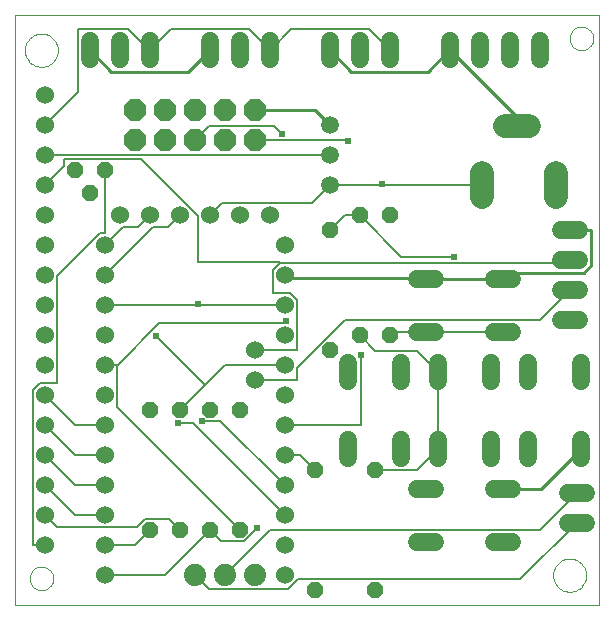
<source format=gbl>
G75*
G70*
%OFA0B0*%
%FSLAX24Y24*%
%IPPOS*%
%LPD*%
%AMOC8*
5,1,8,0,0,1.08239X$1,22.5*
%
%ADD10C,0.0000*%
%ADD11C,0.0600*%
%ADD12OC8,0.0520*%
%ADD13C,0.0594*%
%ADD14C,0.0594*%
%ADD15C,0.0600*%
%ADD16C,0.0740*%
%ADD17OC8,0.0740*%
%ADD18C,0.0787*%
%ADD19C,0.0100*%
%ADD20C,0.0080*%
%ADD21C,0.0240*%
D10*
X001252Y000402D02*
X001252Y020087D01*
X020744Y020087D01*
X020744Y000402D01*
X001252Y000402D01*
X001751Y001296D02*
X001753Y001335D01*
X001759Y001374D01*
X001769Y001412D01*
X001782Y001449D01*
X001799Y001484D01*
X001819Y001518D01*
X001843Y001549D01*
X001870Y001578D01*
X001899Y001604D01*
X001931Y001627D01*
X001965Y001647D01*
X002001Y001663D01*
X002038Y001675D01*
X002077Y001684D01*
X002116Y001689D01*
X002155Y001690D01*
X002194Y001687D01*
X002233Y001680D01*
X002270Y001669D01*
X002307Y001655D01*
X002342Y001637D01*
X002375Y001616D01*
X002406Y001591D01*
X002434Y001564D01*
X002459Y001534D01*
X002481Y001501D01*
X002500Y001467D01*
X002515Y001431D01*
X002527Y001393D01*
X002535Y001355D01*
X002539Y001316D01*
X002539Y001276D01*
X002535Y001237D01*
X002527Y001199D01*
X002515Y001161D01*
X002500Y001125D01*
X002481Y001091D01*
X002459Y001058D01*
X002434Y001028D01*
X002406Y001001D01*
X002375Y000976D01*
X002342Y000955D01*
X002307Y000937D01*
X002270Y000923D01*
X002233Y000912D01*
X002194Y000905D01*
X002155Y000902D01*
X002116Y000903D01*
X002077Y000908D01*
X002038Y000917D01*
X002001Y000929D01*
X001965Y000945D01*
X001931Y000965D01*
X001899Y000988D01*
X001870Y001014D01*
X001843Y001043D01*
X001819Y001074D01*
X001799Y001108D01*
X001782Y001143D01*
X001769Y001180D01*
X001759Y001218D01*
X001753Y001257D01*
X001751Y001296D01*
X019201Y001402D02*
X019203Y001449D01*
X019209Y001495D01*
X019219Y001541D01*
X019232Y001586D01*
X019250Y001629D01*
X019271Y001671D01*
X019295Y001711D01*
X019323Y001748D01*
X019354Y001783D01*
X019388Y001816D01*
X019424Y001845D01*
X019463Y001871D01*
X019504Y001894D01*
X019547Y001913D01*
X019591Y001929D01*
X019636Y001941D01*
X019682Y001949D01*
X019729Y001953D01*
X019775Y001953D01*
X019822Y001949D01*
X019868Y001941D01*
X019913Y001929D01*
X019957Y001913D01*
X020000Y001894D01*
X020041Y001871D01*
X020080Y001845D01*
X020116Y001816D01*
X020150Y001783D01*
X020181Y001748D01*
X020209Y001711D01*
X020233Y001671D01*
X020254Y001629D01*
X020272Y001586D01*
X020285Y001541D01*
X020295Y001495D01*
X020301Y001449D01*
X020303Y001402D01*
X020301Y001355D01*
X020295Y001309D01*
X020285Y001263D01*
X020272Y001218D01*
X020254Y001175D01*
X020233Y001133D01*
X020209Y001093D01*
X020181Y001056D01*
X020150Y001021D01*
X020116Y000988D01*
X020080Y000959D01*
X020041Y000933D01*
X020000Y000910D01*
X019957Y000891D01*
X019913Y000875D01*
X019868Y000863D01*
X019822Y000855D01*
X019775Y000851D01*
X019729Y000851D01*
X019682Y000855D01*
X019636Y000863D01*
X019591Y000875D01*
X019547Y000891D01*
X019504Y000910D01*
X019463Y000933D01*
X019424Y000959D01*
X019388Y000988D01*
X019354Y001021D01*
X019323Y001056D01*
X019295Y001093D01*
X019271Y001133D01*
X019250Y001175D01*
X019232Y001218D01*
X019219Y001263D01*
X019209Y001309D01*
X019203Y001355D01*
X019201Y001402D01*
X001594Y018902D02*
X001596Y018949D01*
X001602Y018995D01*
X001612Y019041D01*
X001625Y019086D01*
X001643Y019129D01*
X001664Y019171D01*
X001688Y019211D01*
X001716Y019248D01*
X001747Y019283D01*
X001781Y019316D01*
X001817Y019345D01*
X001856Y019371D01*
X001897Y019394D01*
X001940Y019413D01*
X001984Y019429D01*
X002029Y019441D01*
X002075Y019449D01*
X002122Y019453D01*
X002168Y019453D01*
X002215Y019449D01*
X002261Y019441D01*
X002306Y019429D01*
X002350Y019413D01*
X002393Y019394D01*
X002434Y019371D01*
X002473Y019345D01*
X002509Y019316D01*
X002543Y019283D01*
X002574Y019248D01*
X002602Y019211D01*
X002626Y019171D01*
X002647Y019129D01*
X002665Y019086D01*
X002678Y019041D01*
X002688Y018995D01*
X002694Y018949D01*
X002696Y018902D01*
X002694Y018855D01*
X002688Y018809D01*
X002678Y018763D01*
X002665Y018718D01*
X002647Y018675D01*
X002626Y018633D01*
X002602Y018593D01*
X002574Y018556D01*
X002543Y018521D01*
X002509Y018488D01*
X002473Y018459D01*
X002434Y018433D01*
X002393Y018410D01*
X002350Y018391D01*
X002306Y018375D01*
X002261Y018363D01*
X002215Y018355D01*
X002168Y018351D01*
X002122Y018351D01*
X002075Y018355D01*
X002029Y018363D01*
X001984Y018375D01*
X001940Y018391D01*
X001897Y018410D01*
X001856Y018433D01*
X001817Y018459D01*
X001781Y018488D01*
X001747Y018521D01*
X001716Y018556D01*
X001688Y018593D01*
X001664Y018633D01*
X001643Y018675D01*
X001625Y018718D01*
X001612Y018763D01*
X001602Y018809D01*
X001596Y018855D01*
X001594Y018902D01*
X019751Y019296D02*
X019753Y019335D01*
X019759Y019374D01*
X019769Y019412D01*
X019782Y019449D01*
X019799Y019484D01*
X019819Y019518D01*
X019843Y019549D01*
X019870Y019578D01*
X019899Y019604D01*
X019931Y019627D01*
X019965Y019647D01*
X020001Y019663D01*
X020038Y019675D01*
X020077Y019684D01*
X020116Y019689D01*
X020155Y019690D01*
X020194Y019687D01*
X020233Y019680D01*
X020270Y019669D01*
X020307Y019655D01*
X020342Y019637D01*
X020375Y019616D01*
X020406Y019591D01*
X020434Y019564D01*
X020459Y019534D01*
X020481Y019501D01*
X020500Y019467D01*
X020515Y019431D01*
X020527Y019393D01*
X020535Y019355D01*
X020539Y019316D01*
X020539Y019276D01*
X020535Y019237D01*
X020527Y019199D01*
X020515Y019161D01*
X020500Y019125D01*
X020481Y019091D01*
X020459Y019058D01*
X020434Y019028D01*
X020406Y019001D01*
X020375Y018976D01*
X020342Y018955D01*
X020307Y018937D01*
X020270Y018923D01*
X020233Y018912D01*
X020194Y018905D01*
X020155Y018902D01*
X020116Y018903D01*
X020077Y018908D01*
X020038Y018917D01*
X020001Y018929D01*
X019965Y018945D01*
X019931Y018965D01*
X019899Y018988D01*
X019870Y019014D01*
X019843Y019043D01*
X019819Y019074D01*
X019799Y019108D01*
X019782Y019143D01*
X019769Y019180D01*
X019759Y019218D01*
X019753Y019257D01*
X019751Y019296D01*
D11*
X010252Y012402D03*
X010252Y011402D03*
X010252Y010402D03*
X010252Y009402D03*
X010252Y008402D03*
X010252Y007402D03*
X010252Y006402D03*
X010252Y005402D03*
X010252Y004402D03*
X010252Y003402D03*
X010252Y002402D03*
X010252Y001402D03*
X004252Y001402D03*
X004252Y002402D03*
X004252Y003402D03*
X004252Y004402D03*
X004252Y005402D03*
X004252Y006402D03*
X004252Y007402D03*
X004252Y008402D03*
X004252Y009402D03*
X004252Y010402D03*
X004252Y011402D03*
X004252Y012402D03*
X004752Y013402D03*
X005752Y013402D03*
X006752Y013402D03*
X007752Y013402D03*
X008752Y013402D03*
X009752Y013402D03*
X009252Y008902D03*
X009252Y007902D03*
X002252Y007402D03*
X002252Y008402D03*
X002252Y009402D03*
X002252Y010402D03*
X002252Y011402D03*
X002252Y012402D03*
X002252Y013402D03*
X002252Y014402D03*
X002252Y015402D03*
X002252Y016402D03*
X002252Y017402D03*
X002252Y006402D03*
X002252Y005402D03*
X002252Y004402D03*
X002252Y003402D03*
X002252Y002402D03*
D12*
X005752Y002902D03*
X006752Y002902D03*
X007752Y002902D03*
X008752Y002902D03*
X011252Y000902D03*
X013252Y000902D03*
X013252Y004902D03*
X011252Y004902D03*
X008752Y006902D03*
X007752Y006902D03*
X006752Y006902D03*
X005752Y006902D03*
X011752Y008902D03*
X012752Y009402D03*
X013752Y009402D03*
X011752Y012902D03*
X012752Y013402D03*
X013752Y013402D03*
X004252Y014902D03*
X003752Y014152D03*
X003252Y014902D03*
D13*
X011752Y014402D03*
X011752Y015402D03*
X011752Y016402D03*
D14*
X011752Y018605D02*
X011752Y019199D01*
X012752Y019199D02*
X012752Y018605D01*
X013752Y018605D02*
X013752Y019199D01*
X015752Y019199D02*
X015752Y018605D01*
X016752Y018605D02*
X016752Y019199D01*
X017752Y019199D02*
X017752Y018605D01*
X018752Y018605D02*
X018752Y019199D01*
X019455Y012902D02*
X020048Y012902D01*
X020048Y011902D02*
X019455Y011902D01*
X019455Y010902D02*
X020048Y010902D01*
X020048Y009902D02*
X019455Y009902D01*
X019705Y004152D02*
X020298Y004152D01*
X020298Y003152D02*
X019705Y003152D01*
X009752Y018605D02*
X009752Y019199D01*
X008752Y019199D02*
X008752Y018605D01*
X007752Y018605D02*
X007752Y019199D01*
X005752Y019199D02*
X005752Y018605D01*
X004752Y018605D02*
X004752Y019199D01*
X003752Y019199D02*
X003752Y018605D01*
D15*
X014672Y011292D02*
X015272Y011292D01*
X015272Y009512D02*
X014672Y009512D01*
X014142Y008482D02*
X014142Y007882D01*
X015362Y007882D02*
X015362Y008482D01*
X017142Y008482D02*
X017142Y007882D01*
X018362Y007882D02*
X018362Y008482D01*
X017832Y009512D02*
X017232Y009512D01*
X017232Y011292D02*
X017832Y011292D01*
X020142Y008482D02*
X020142Y007882D01*
X020142Y005922D02*
X020142Y005322D01*
X018362Y005322D02*
X018362Y005922D01*
X017142Y005922D02*
X017142Y005322D01*
X017232Y004292D02*
X017832Y004292D01*
X017832Y002512D02*
X017232Y002512D01*
X015272Y002512D02*
X014672Y002512D01*
X014672Y004292D02*
X015272Y004292D01*
X015362Y005322D02*
X015362Y005922D01*
X014142Y005922D02*
X014142Y005322D01*
X012362Y005322D02*
X012362Y005922D01*
X012362Y007882D02*
X012362Y008482D01*
D16*
X009252Y001402D03*
X008252Y001402D03*
X007252Y001402D03*
D17*
X007252Y015902D03*
X006252Y015902D03*
X005252Y015902D03*
X005252Y016902D03*
X006252Y016902D03*
X007252Y016902D03*
X008252Y016902D03*
X009252Y016902D03*
X009252Y015902D03*
X008252Y015902D03*
D18*
X016819Y014811D02*
X016819Y014024D01*
X019299Y014024D02*
X019299Y014811D01*
X018393Y016386D02*
X017606Y016386D01*
D19*
X017992Y016392D02*
X017992Y016662D01*
X015752Y018902D01*
X015712Y018872D01*
X015032Y018192D01*
X012462Y018192D01*
X011752Y018902D01*
X011252Y016902D02*
X009252Y016902D01*
X011252Y016902D02*
X011752Y016402D01*
X007752Y018902D02*
X007042Y018192D01*
X004462Y018192D01*
X003752Y018902D01*
X010252Y011402D02*
X010332Y011322D01*
X014932Y011322D01*
X014972Y011292D01*
X017532Y011292D01*
X017572Y011322D01*
X017742Y011492D01*
X020222Y011492D01*
X020462Y011732D01*
X020462Y012902D01*
X019752Y012902D01*
X018000Y016386D02*
X017992Y016392D01*
X020142Y005622D02*
X018812Y004292D01*
X017532Y004292D01*
D20*
X018762Y002912D02*
X009762Y002912D01*
X008252Y001402D01*
X007722Y000932D02*
X007252Y001402D01*
X007722Y000932D02*
X010352Y000932D01*
X010682Y001262D01*
X018112Y001262D01*
X020002Y003152D01*
X020002Y004152D02*
X018762Y002912D01*
X015362Y005622D02*
X015362Y008182D01*
X014662Y008882D01*
X013272Y008882D01*
X012752Y009402D01*
X012782Y008752D02*
X012782Y006402D01*
X010252Y006402D01*
X010252Y005402D02*
X010752Y005402D01*
X011252Y004902D01*
X010252Y004402D02*
X008112Y006542D01*
X007482Y006542D01*
X007192Y006462D02*
X006682Y006462D01*
X006752Y006902D02*
X007597Y007747D01*
X005962Y009382D01*
X006062Y009802D02*
X004682Y008422D01*
X004652Y008402D01*
X004252Y008402D01*
X004652Y008402D02*
X004652Y007002D01*
X008752Y002902D01*
X008902Y002542D02*
X008122Y002542D01*
X007782Y002882D01*
X007752Y002902D01*
X006252Y001402D01*
X004252Y001402D01*
X004252Y002402D02*
X005252Y002402D01*
X005752Y002902D01*
X005602Y003262D02*
X006392Y003262D01*
X006752Y002902D01*
X005602Y003262D02*
X005342Y003002D01*
X002652Y003002D01*
X002252Y003402D01*
X003252Y003402D02*
X002252Y004402D01*
X003252Y004402D02*
X002252Y005402D01*
X003252Y005402D02*
X002252Y006402D01*
X003252Y006402D02*
X002252Y007402D01*
X001852Y007572D02*
X002082Y007802D01*
X002652Y007802D01*
X002652Y011372D01*
X004082Y012802D01*
X004252Y012802D01*
X004252Y014902D01*
X005462Y015262D02*
X002892Y015262D01*
X002892Y015042D01*
X002252Y014402D01*
X002252Y015402D02*
X011752Y015402D01*
X012362Y015902D02*
X009252Y015902D01*
X009902Y016372D02*
X007722Y016372D01*
X007252Y015902D01*
X005462Y015262D02*
X007352Y013372D01*
X007352Y011832D01*
X010062Y011832D01*
X010082Y011802D01*
X009852Y011572D01*
X009852Y010802D01*
X010422Y010802D01*
X010652Y010572D01*
X010652Y008902D01*
X009252Y008902D01*
X010252Y008402D02*
X008252Y008402D01*
X007597Y007747D01*
X007192Y006462D02*
X010252Y003402D01*
X009332Y002972D02*
X008902Y002542D01*
X013252Y004902D02*
X013272Y004922D01*
X014662Y004922D01*
X015362Y005622D01*
X013752Y009402D02*
X013862Y009512D01*
X014972Y009512D01*
X017532Y009512D01*
X018762Y009912D02*
X012252Y009912D01*
X010652Y008312D01*
X010652Y007902D01*
X009252Y007902D01*
X010222Y009802D02*
X006062Y009802D01*
X007352Y010402D02*
X007352Y010432D01*
X007352Y010402D02*
X004252Y010402D01*
X004252Y011402D02*
X005852Y013002D01*
X006352Y013002D01*
X006752Y013402D01*
X005752Y013402D02*
X005352Y013002D01*
X004852Y013002D01*
X004252Y012402D01*
X007352Y010402D02*
X010252Y010402D01*
X010302Y009882D02*
X010222Y009802D01*
X010082Y011802D02*
X019652Y011802D01*
X019752Y011902D01*
X019752Y010902D02*
X018762Y009912D01*
X015892Y012022D02*
X014142Y012022D01*
X012782Y013382D01*
X012752Y013402D01*
X012252Y013402D01*
X011752Y012902D01*
X011152Y013802D02*
X008152Y013802D01*
X007752Y013402D01*
X010152Y016122D02*
X009902Y016372D01*
X011752Y014402D02*
X011782Y014412D01*
X013512Y014412D01*
X013512Y014442D01*
X013512Y014412D02*
X016812Y014412D01*
X016819Y014418D01*
X012372Y015892D02*
X012362Y015902D01*
X011752Y014402D02*
X011152Y013802D01*
X009752Y018902D02*
X009782Y018922D01*
X010462Y019602D01*
X013052Y019602D01*
X013752Y018902D01*
X009752Y018902D02*
X009052Y019602D01*
X006452Y019602D01*
X005752Y018902D01*
X005722Y018922D01*
X005042Y019602D01*
X003352Y019602D01*
X003352Y017502D01*
X002252Y016402D01*
X001852Y007572D02*
X001852Y002402D01*
X002252Y002402D01*
X003252Y003402D02*
X004252Y003402D01*
X004252Y004402D02*
X003252Y004402D01*
X003252Y005402D02*
X004252Y005402D01*
X004252Y006402D02*
X003252Y006402D01*
D21*
X005962Y009382D03*
X007352Y010432D03*
X010302Y009882D03*
X012782Y008752D03*
X015892Y012022D03*
X013512Y014442D03*
X012372Y015892D03*
X010152Y016122D03*
X007482Y006542D03*
X006682Y006462D03*
X009332Y002972D03*
M02*

</source>
